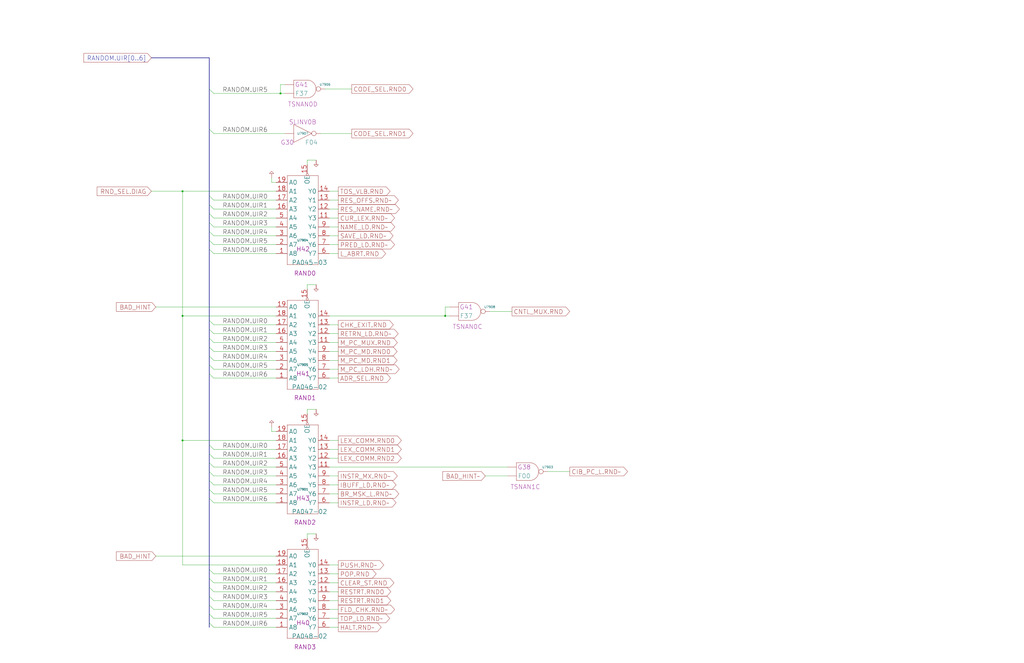
<source format=kicad_sch>
(kicad_sch (version 20220126) (generator eeschema)
  (paper "User" 584.2 378.46)
  (title_block (title "RANDOM FIELD DECODING") (date "22-MAY-90") (rev "1.0") (comment 1 "SEQUENCER") (comment 2 "232-003064") (comment 3 "S400") (comment 4 "RELEASED"))
  (lib_symbols
    (symbol "r1000:F00" (pin_numbers hide) (pin_names hide)
      (property "Reference" "U" (at 15.24 0 0))
      (property "Value" "F00" (at 1.905 -5.08 0))
      (property "Location" "___" (at 1.905 0 0))
      (property "Name" "______" (at 2.54 -12.7 0))
      (symbol "F00_0_1"
        (polyline (pts (xy -2.54 -7.62) (xy 5.08 -7.62)) (stroke (width 0.1524)))
        (polyline (pts (xy -2.54 2.54) (xy -2.54 -7.62)) (stroke (width 0.1524)))
        (polyline (pts (xy -2.54 2.54) (xy 5.08 2.54)) (stroke (width 0.1524)))
        (arc (start 5.08 -7.62) (mid 10.1282 -2.54) (end 5.08 2.54) (stroke (width 0.1524)))
        (circle (center 11.43 -2.54) (radius 1.27) (stroke (width 0.1524)))
      )
      (symbol "F00_0_2"
        (circle (center -3.81 -5.08) (radius 1.27) (stroke (width 0.1524)))
        (circle (center -3.81 0) (radius 1.27) (stroke (width 0.1524)))
        (arc (start -3.175 -7.62) (mid -2.134 -2.54) (end -3.175 2.54) (stroke (width 0.1524)))
        (polyline (pts (xy -3.175 -7.62) (xy 3.81 -7.62)) (stroke (width 0.1524)))
        (polyline (pts (xy -3.175 2.54) (xy 3.81 2.54)) (stroke (width 0.1524)))
        (arc (start 3.81 -7.62) (mid 7.5855 -5.8306) (end 10.16 -2.54) (stroke (width 0.1524)))
        (arc (start 10.16 -2.54) (mid 7.5827 0.7471) (end 3.81 2.54) (stroke (width 0.1524)))
      )
      (symbol "F00_1_1"
        (pin input line (at -7.62 0 0) (length 5.08) (name "D0") (number "1"))
        (pin input line (at -7.62 -5.08 0) (length 5.08) (name "D1") (number "2"))
        (pin output line (at 15.24 -2.54 180) (length 2.54) (name "Q") (number "3"))
      )
      (symbol "F00_1_2"
        (pin input line (at -7.62 0 0) (length 2.54) (name "D0") (number "1"))
        (pin input line (at -7.62 -5.08 0) (length 2.54) (name "D1") (number "2"))
        (pin output line (at 15.24 -2.54 180) (length 5.08) (name "Q") (number "3"))
      )
    )
    (symbol "r1000:F04" (pin_numbers hide) (pin_names hide)
      (property "Reference" "U" (at 0 0 0))
      (property "Value" "F04" (at 1.27 -5.08 0))
      (property "Location" "___" (at -12.7 -5.08 0))
      (property "Name" "______" (at 0 5.08 0))
      (symbol "F04_0_1"
        (polyline (pts (xy -7.62 0) (xy -5.08 0)) (stroke (width 0.1524)))
        (polyline (pts (xy -5.08 5.08) (xy -5.08 -5.08)) (stroke (width 0.1524)))
        (polyline (pts (xy 5.08 0) (xy -5.08 -5.08)) (stroke (width 0.1524)))
        (polyline (pts (xy 5.08 0) (xy -5.08 5.08)) (stroke (width 0.1524)))
        (circle (center 6.35 0) (radius 1.27) (stroke (width 0.1524)))
      )
      (symbol "F04_1_1"
        (pin input line (at -10.16 0 0) (length 2.54) (name "D0") (number "1"))
        (pin output line (at 10.16 0 180) (length 2.54) (name "Q") (number "2"))
      )
    )
    (symbol "r1000:F37" (pin_numbers hide) (pin_names (offset 0) hide)
      (property "Reference" "U" (at 15.24 0 0))
      (property "Value" "F37" (at 1.905 -5.08 0))
      (property "Location" "___" (at 1.905 0 0))
      (property "Name" "______" (at 2.54 -12.7 0))
      (symbol "F37_0_1"
        (polyline (pts (xy -2.54 -7.62) (xy 5.08 -7.62)) (stroke (width 0.1524)))
        (polyline (pts (xy -2.54 2.54) (xy -2.54 -7.62)) (stroke (width 0.1524)))
        (polyline (pts (xy -2.54 2.54) (xy 5.08 2.54)) (stroke (width 0.1524)))
        (arc (start 5.08 -7.62) (mid 10.1282 -2.54) (end 5.08 2.54) (stroke (width 0.1524)))
        (circle (center 11.43 -2.54) (radius 1.27) (stroke (width 0.1524)))
      )
      (symbol "F37_0_2"
        (circle (center -3.81 -5.08) (radius 1.27) (stroke (width 0.1524)))
        (circle (center -3.81 0) (radius 1.27) (stroke (width 0.1524)))
        (arc (start -3.175 -7.62) (mid -2.134 -2.54) (end -3.175 2.54) (stroke (width 0.1524)))
        (polyline (pts (xy -3.175 -7.62) (xy 3.81 -7.62)) (stroke (width 0.1524)))
        (polyline (pts (xy -3.175 2.54) (xy 3.81 2.54)) (stroke (width 0.1524)))
        (arc (start 3.81 -7.62) (mid 7.5855 -5.8306) (end 10.16 -2.54) (stroke (width 0.1524)))
        (arc (start 10.16 -2.54) (mid 7.5827 0.7471) (end 3.81 2.54) (stroke (width 0.1524)))
      )
      (symbol "F37_1_1"
        (pin input line (at -7.62 0 0) (length 5.08) (name "D0") (number "1"))
        (pin input line (at -7.62 -5.08 0) (length 5.08) (name "D1") (number "2"))
        (pin output line (at 15.24 -2.54 180) (length 2.54) (name "Q") (number "3"))
      )
      (symbol "F37_1_2"
        (pin input line (at -7.62 0 0) (length 2.54) (name "D0") (number "1"))
        (pin input line (at -7.62 -5.08 0) (length 2.54) (name "D1") (number "2"))
        (pin output line (at 15.24 -2.54 180) (length 5.08) (name "Q") (number "3"))
      )
    )
    (symbol "r1000:PAxxx" (pin_names (offset 1.016))
      (property "Reference" "U" (at 2.54 5.08 0))
      (property "Value" "PAxxx" (at -3.81 -7.62 0))
      (property "Location" "___" (at -1.27 0 0))
      (property "Name" "______" (at 3.81 -15.24 0))
      (symbol "PAxxx_1_1"
        (rectangle (start -6.35 41.91) (end 11.43 -8.89))
        (circle (center 5.08 42.545) (radius 0.635))
        (pin input line (at -12.7 -2.54 0) (length 6.35) (name "A8") (number "1"))
        (pin tri_state line (at 17.78 17.78 180) (length 6.35) (name "Y3") (number "11"))
        (pin tri_state line (at 17.78 22.86 180) (length 6.35) (name "Y2") (number "12"))
        (pin tri_state line (at 17.78 27.94 180) (length 6.35) (name "Y1") (number "13"))
        (pin tri_state line (at 17.78 33.02 180) (length 6.35) (name "Y0") (number "14"))
        (pin input line (at 5.08 48.26 270) (length 5.08) (name "OE") (number "15"))
        (pin input line (at -12.7 22.86 0) (length 6.35) (name "A3") (number "16"))
        (pin input line (at -12.7 27.94 0) (length 6.35) (name "A2") (number "17"))
        (pin input line (at -12.7 33.02 0) (length 6.35) (name "A1") (number "18"))
        (pin input line (at -12.7 38.1 0) (length 6.35) (name "A0") (number "19"))
        (pin input line (at -12.7 2.54 0) (length 6.35) (name "A7") (number "2"))
        (pin input line (at -12.7 7.62 0) (length 6.35) (name "A6") (number "3"))
        (pin input line (at -12.7 12.7 0) (length 6.35) (name "A5") (number "4"))
        (pin input line (at -12.7 17.78 0) (length 6.35) (name "A4") (number "5"))
        (pin tri_state line (at 17.78 -2.54 180) (length 6.35) (name "Y7") (number "6"))
        (pin tri_state line (at 17.78 2.54 180) (length 6.35) (name "Y6") (number "7"))
        (pin tri_state line (at 17.78 7.62 180) (length 6.35) (name "Y5") (number "8"))
        (pin tri_state line (at 17.78 12.7 180) (length 6.35) (name "Y4") (number "9"))
      )
    )
    (symbol "r1000:PD" (power) (pin_numbers hide) (pin_names hide) (in_bom no)
      (symbol "PD_0_1"
        (polyline (pts (xy 0 -2.54) (xy 1.27 -2.54) (xy 0 -3.81) (xy -1.27 -2.54) (xy 0 -2.54)) (stroke (width 0.1524)))
      )
      (symbol "PD_1_1"
        (pin power_in line (at 0 0 270) (length 2.54) (name "PD") (number "1"))
      )
    )
    (symbol "r1000:PU" (power) (pin_numbers hide) (pin_names hide)
      (symbol "PU_0_1"
        (polyline (pts (xy 0 2.54) (xy -1.27 2.54) (xy 0 3.81) (xy 1.27 2.54) (xy 0 2.54)) (stroke (width 0.1524)))
      )
      (symbol "PU_1_1"
        (pin power_in line (at 0 0 90) (length 2.54) (name "PU") (number "1"))
      )
    )
  )
  (bus (pts (xy 119.38 111.76) (xy 119.38 116.84)))
  (bus (pts (xy 119.38 116.84) (xy 119.38 121.92)))
  (bus (pts (xy 119.38 121.92) (xy 119.38 127)))
  (bus (pts (xy 119.38 127) (xy 119.38 132.08)))
  (bus (pts (xy 119.38 132.08) (xy 119.38 137.16)))
  (bus (pts (xy 119.38 137.16) (xy 119.38 142.24)))
  (bus (pts (xy 119.38 142.24) (xy 119.38 182.88)))
  (bus (pts (xy 119.38 182.88) (xy 119.38 187.96)))
  (bus (pts (xy 119.38 187.96) (xy 119.38 193.04)))
  (bus (pts (xy 119.38 193.04) (xy 119.38 198.12)))
  (bus (pts (xy 119.38 198.12) (xy 119.38 203.2)))
  (bus (pts (xy 119.38 203.2) (xy 119.38 208.28)))
  (bus (pts (xy 119.38 208.28) (xy 119.38 213.36)))
  (bus (pts (xy 119.38 213.36) (xy 119.38 254)))
  (bus (pts (xy 119.38 254) (xy 119.38 259.08)))
  (bus (pts (xy 119.38 259.08) (xy 119.38 264.16)))
  (bus (pts (xy 119.38 264.16) (xy 119.38 269.24)))
  (bus (pts (xy 119.38 269.24) (xy 119.38 274.32)))
  (bus (pts (xy 119.38 274.32) (xy 119.38 279.4)))
  (bus (pts (xy 119.38 279.4) (xy 119.38 284.48)))
  (bus (pts (xy 119.38 284.48) (xy 119.38 325.12)))
  (bus (pts (xy 119.38 325.12) (xy 119.38 330.2)))
  (bus (pts (xy 119.38 33.02) (xy 119.38 50.8)))
  (bus (pts (xy 119.38 330.2) (xy 119.38 335.28)))
  (bus (pts (xy 119.38 335.28) (xy 119.38 340.36)))
  (bus (pts (xy 119.38 340.36) (xy 119.38 345.44)))
  (bus (pts (xy 119.38 345.44) (xy 119.38 350.52)))
  (bus (pts (xy 119.38 350.52) (xy 119.38 355.6)))
  (bus (pts (xy 119.38 355.6) (xy 119.38 358.14)))
  (bus (pts (xy 119.38 50.8) (xy 119.38 73.66)))
  (bus (pts (xy 119.38 73.66) (xy 119.38 111.76)))
  (bus (pts (xy 86.36 33.02) (xy 119.38 33.02)))
  (wire (pts (xy 104.14 109.22) (xy 104.14 180.34)))
  (wire (pts (xy 104.14 109.22) (xy 157.48 109.22)))
  (wire (pts (xy 104.14 180.34) (xy 104.14 251.46)))
  (wire (pts (xy 104.14 180.34) (xy 157.48 180.34)))
  (wire (pts (xy 104.14 251.46) (xy 104.14 322.58)))
  (wire (pts (xy 121.92 114.3) (xy 157.48 114.3)))
  (wire (pts (xy 121.92 119.38) (xy 157.48 119.38)))
  (wire (pts (xy 121.92 124.46) (xy 157.48 124.46)))
  (wire (pts (xy 121.92 129.54) (xy 157.48 129.54)))
  (wire (pts (xy 121.92 134.62) (xy 157.48 134.62)))
  (wire (pts (xy 121.92 139.7) (xy 157.48 139.7)))
  (wire (pts (xy 121.92 144.78) (xy 157.48 144.78)))
  (wire (pts (xy 121.92 185.42) (xy 157.48 185.42)))
  (wire (pts (xy 121.92 190.5) (xy 157.48 190.5)))
  (wire (pts (xy 121.92 195.58) (xy 157.48 195.58)))
  (wire (pts (xy 121.92 200.66) (xy 157.48 200.66)))
  (wire (pts (xy 121.92 205.74) (xy 157.48 205.74)))
  (wire (pts (xy 121.92 210.82) (xy 157.48 210.82)))
  (wire (pts (xy 121.92 215.9) (xy 157.48 215.9)))
  (wire (pts (xy 121.92 256.54) (xy 157.48 256.54)))
  (wire (pts (xy 121.92 261.62) (xy 157.48 261.62)))
  (wire (pts (xy 121.92 266.7) (xy 157.48 266.7)))
  (wire (pts (xy 121.92 271.78) (xy 157.48 271.78)))
  (wire (pts (xy 121.92 276.86) (xy 157.48 276.86)))
  (wire (pts (xy 121.92 281.94) (xy 157.48 281.94)))
  (wire (pts (xy 121.92 287.02) (xy 157.48 287.02)))
  (wire (pts (xy 121.92 327.66) (xy 157.48 327.66)))
  (wire (pts (xy 121.92 332.74) (xy 157.48 332.74)))
  (wire (pts (xy 121.92 337.82) (xy 157.48 337.82)))
  (wire (pts (xy 121.92 342.9) (xy 157.48 342.9)))
  (wire (pts (xy 121.92 347.98) (xy 157.48 347.98)))
  (wire (pts (xy 121.92 353.06) (xy 157.48 353.06)))
  (wire (pts (xy 121.92 358.14) (xy 157.48 358.14)))
  (wire (pts (xy 121.92 53.34) (xy 160.02 53.34)))
  (wire (pts (xy 121.92 76.2) (xy 162.56 76.2)))
  (wire (pts (xy 154.94 104.14) (xy 154.94 101.6)))
  (wire (pts (xy 154.94 246.38) (xy 154.94 243.84)))
  (wire (pts (xy 157.48 104.14) (xy 154.94 104.14)))
  (wire (pts (xy 157.48 246.38) (xy 154.94 246.38)))
  (wire (pts (xy 157.48 251.46) (xy 104.14 251.46)))
  (wire (pts (xy 157.48 322.58) (xy 104.14 322.58)))
  (wire (pts (xy 160.02 48.26) (xy 160.02 53.34)))
  (wire (pts (xy 160.02 53.34) (xy 162.56 53.34)))
  (wire (pts (xy 162.56 48.26) (xy 160.02 48.26)))
  (wire (pts (xy 175.26 162.56) (xy 175.26 165.1)))
  (wire (pts (xy 175.26 233.68) (xy 175.26 236.22)))
  (wire (pts (xy 175.26 304.8) (xy 175.26 307.34)))
  (wire (pts (xy 175.26 91.44) (xy 175.26 93.98)))
  (wire (pts (xy 180.34 162.56) (xy 175.26 162.56)))
  (wire (pts (xy 180.34 233.68) (xy 175.26 233.68)))
  (wire (pts (xy 180.34 304.8) (xy 175.26 304.8)))
  (wire (pts (xy 180.34 91.44) (xy 175.26 91.44)))
  (wire (pts (xy 182.88 76.2) (xy 200.66 76.2)))
  (wire (pts (xy 185.42 50.8) (xy 200.66 50.8)))
  (wire (pts (xy 187.96 109.22) (xy 193.04 109.22)))
  (wire (pts (xy 187.96 114.3) (xy 193.04 114.3)))
  (wire (pts (xy 187.96 119.38) (xy 193.04 119.38)))
  (wire (pts (xy 187.96 124.46) (xy 193.04 124.46)))
  (wire (pts (xy 187.96 129.54) (xy 193.04 129.54)))
  (wire (pts (xy 187.96 134.62) (xy 193.04 134.62)))
  (wire (pts (xy 187.96 139.7) (xy 193.04 139.7)))
  (wire (pts (xy 187.96 144.78) (xy 193.04 144.78)))
  (wire (pts (xy 187.96 180.34) (xy 254 180.34)))
  (wire (pts (xy 187.96 185.42) (xy 193.04 185.42)))
  (wire (pts (xy 187.96 190.5) (xy 193.04 190.5)))
  (wire (pts (xy 187.96 195.58) (xy 193.04 195.58)))
  (wire (pts (xy 187.96 200.66) (xy 193.04 200.66)))
  (wire (pts (xy 187.96 205.74) (xy 193.04 205.74)))
  (wire (pts (xy 187.96 210.82) (xy 193.04 210.82)))
  (wire (pts (xy 187.96 215.9) (xy 193.04 215.9)))
  (wire (pts (xy 187.96 251.46) (xy 193.04 251.46)))
  (wire (pts (xy 187.96 256.54) (xy 193.04 256.54)))
  (wire (pts (xy 187.96 261.62) (xy 193.04 261.62)))
  (wire (pts (xy 187.96 266.7) (xy 289.56 266.7)))
  (wire (pts (xy 187.96 271.78) (xy 193.04 271.78)))
  (wire (pts (xy 187.96 276.86) (xy 193.04 276.86)))
  (wire (pts (xy 187.96 281.94) (xy 193.04 281.94)))
  (wire (pts (xy 187.96 287.02) (xy 193.04 287.02)))
  (wire (pts (xy 187.96 322.58) (xy 193.04 322.58)))
  (wire (pts (xy 187.96 327.66) (xy 193.04 327.66)))
  (wire (pts (xy 187.96 332.74) (xy 193.04 332.74)))
  (wire (pts (xy 187.96 337.82) (xy 193.04 337.82)))
  (wire (pts (xy 187.96 342.9) (xy 193.04 342.9)))
  (wire (pts (xy 187.96 347.98) (xy 193.04 347.98)))
  (wire (pts (xy 187.96 353.06) (xy 193.04 353.06)))
  (wire (pts (xy 187.96 358.14) (xy 193.04 358.14)))
  (wire (pts (xy 254 175.26) (xy 254 180.34)))
  (wire (pts (xy 254 180.34) (xy 256.54 180.34)))
  (wire (pts (xy 256.54 175.26) (xy 254 175.26)))
  (wire (pts (xy 276.86 271.78) (xy 289.56 271.78)))
  (wire (pts (xy 279.4 177.8) (xy 292.1 177.8)))
  (wire (pts (xy 312.42 269.24) (xy 325.12 269.24)))
  (wire (pts (xy 86.36 109.22) (xy 104.14 109.22)))
  (wire (pts (xy 88.9 175.26) (xy 157.48 175.26)))
  (wire (pts (xy 88.9 317.5) (xy 157.48 317.5)))
  (global_label "RANDOM.UIR[0..6]" (shape input) (at 86.36 33.02 180) (effects (font (size 2.54 2.54))) (property "Intersheet References" "${INTERSHEET_REFS}" (at 47.7883 32.8613 0) (effects (font (size 2.54 2.54)) (justify right))))
  (global_label "RND_SEL.DIAG" (shape input) (at 86.36 109.22 180) (effects (font (size 2.54 2.54))) (property "Intersheet References" "${INTERSHEET_REFS}" (at 55.4083 109.0613 0) (effects (font (size 2.54 2.54)) (justify right))))
  (global_label "BAD_HINT" (shape input) (at 88.9 175.26 180) (effects (font (size 2.54 2.54))) (property "Intersheet References" "${INTERSHEET_REFS}" (at 66.415 175.1013 0) (effects (font (size 2.54 2.54)) (justify right))))
  (global_label "BAD_HINT" (shape input) (at 88.9 317.5 180) (effects (font (size 2.54 2.54))) (property "Intersheet References" "${INTERSHEET_REFS}" (at 66.415 317.3413 0) (effects (font (size 2.54 2.54)) (justify right))))
  (junction (at 104.14 109.22))
  (junction (at 104.14 180.34))
  (junction (at 104.14 251.46))
  (bus_entry (at 119.38 50.8) (size 2.54 2.54))
  (bus_entry (at 119.38 73.66) (size 2.54 2.54))
  (bus_entry (at 119.38 111.76) (size 2.54 2.54))
  (bus_entry (at 119.38 116.84) (size 2.54 2.54))
  (bus_entry (at 119.38 121.92) (size 2.54 2.54))
  (bus_entry (at 119.38 127) (size 2.54 2.54))
  (bus_entry (at 119.38 132.08) (size 2.54 2.54))
  (bus_entry (at 119.38 137.16) (size 2.54 2.54))
  (bus_entry (at 119.38 142.24) (size 2.54 2.54))
  (bus_entry (at 119.38 182.88) (size 2.54 2.54))
  (bus_entry (at 119.38 187.96) (size 2.54 2.54))
  (bus_entry (at 119.38 193.04) (size 2.54 2.54))
  (bus_entry (at 119.38 198.12) (size 2.54 2.54))
  (bus_entry (at 119.38 203.2) (size 2.54 2.54))
  (bus_entry (at 119.38 208.28) (size 2.54 2.54))
  (bus_entry (at 119.38 213.36) (size 2.54 2.54))
  (bus_entry (at 119.38 254) (size 2.54 2.54))
  (bus_entry (at 119.38 259.08) (size 2.54 2.54))
  (bus_entry (at 119.38 264.16) (size 2.54 2.54))
  (bus_entry (at 119.38 269.24) (size 2.54 2.54))
  (bus_entry (at 119.38 274.32) (size 2.54 2.54))
  (bus_entry (at 119.38 279.4) (size 2.54 2.54))
  (bus_entry (at 119.38 284.48) (size 2.54 2.54))
  (bus_entry (at 119.38 325.12) (size 2.54 2.54))
  (bus_entry (at 119.38 330.2) (size 2.54 2.54))
  (bus_entry (at 119.38 335.28) (size 2.54 2.54))
  (bus_entry (at 119.38 340.36) (size 2.54 2.54))
  (bus_entry (at 119.38 345.44) (size 2.54 2.54))
  (bus_entry (at 119.38 350.52) (size 2.54 2.54))
  (bus_entry (at 119.38 355.6) (size 2.54 2.54))
  (label "RANDOM.UIR5" (at 127 53.34 0) (effects (font (size 2.54 2.54))))
  (label "RANDOM.UIR6" (at 127 76.2 0) (effects (font (size 2.54 2.54))))
  (label "RANDOM.UIR0" (at 127 114.3 0) (effects (font (size 2.54 2.54))))
  (label "RANDOM.UIR1" (at 127 119.38 0) (effects (font (size 2.54 2.54))))
  (label "RANDOM.UIR2" (at 127 124.46 0) (effects (font (size 2.54 2.54))))
  (label "RANDOM.UIR3" (at 127 129.54 0) (effects (font (size 2.54 2.54))))
  (label "RANDOM.UIR4" (at 127 134.62 0) (effects (font (size 2.54 2.54))))
  (label "RANDOM.UIR5" (at 127 139.7 0) (effects (font (size 2.54 2.54))))
  (label "RANDOM.UIR6" (at 127 144.78 0) (effects (font (size 2.54 2.54))))
  (label "RANDOM.UIR0" (at 127 185.42 0) (effects (font (size 2.54 2.54))))
  (label "RANDOM.UIR1" (at 127 190.5 0) (effects (font (size 2.54 2.54))))
  (label "RANDOM.UIR2" (at 127 195.58 0) (effects (font (size 2.54 2.54))))
  (label "RANDOM.UIR3" (at 127 200.66 0) (effects (font (size 2.54 2.54))))
  (label "RANDOM.UIR4" (at 127 205.74 0) (effects (font (size 2.54 2.54))))
  (label "RANDOM.UIR5" (at 127 210.82 0) (effects (font (size 2.54 2.54))))
  (label "RANDOM.UIR6" (at 127 215.9 0) (effects (font (size 2.54 2.54))))
  (label "RANDOM.UIR0" (at 127 256.54 0) (effects (font (size 2.54 2.54))))
  (label "RANDOM.UIR1" (at 127 261.62 0) (effects (font (size 2.54 2.54))))
  (label "RANDOM.UIR2" (at 127 266.7 0) (effects (font (size 2.54 2.54))))
  (label "RANDOM.UIR3" (at 127 271.78 0) (effects (font (size 2.54 2.54))))
  (label "RANDOM.UIR4" (at 127 276.86 0) (effects (font (size 2.54 2.54))))
  (label "RANDOM.UIR5" (at 127 281.94 0) (effects (font (size 2.54 2.54))))
  (label "RANDOM.UIR6" (at 127 287.02 0) (effects (font (size 2.54 2.54))))
  (label "RANDOM.UIR0" (at 127 327.66 0) (effects (font (size 2.54 2.54))))
  (label "RANDOM.UIR1" (at 127 332.74 0) (effects (font (size 2.54 2.54))))
  (label "RANDOM.UIR2" (at 127 337.82 0) (effects (font (size 2.54 2.54))))
  (label "RANDOM.UIR3" (at 127 342.9 0) (effects (font (size 2.54 2.54))))
  (label "RANDOM.UIR4" (at 127 347.98 0) (effects (font (size 2.54 2.54))))
  (label "RANDOM.UIR5" (at 127 353.06 0) (effects (font (size 2.54 2.54))))
  (label "RANDOM.UIR6" (at 127 358.14 0) (effects (font (size 2.54 2.54))))
  (symbol (lib_id "r1000:PU") (at 154.94 101.6 0) (unit 1)
    (property "Reference" "#PWR07902" (effects hide))
    (property "Value" "PU" (effects hide))
  )
  (symbol (lib_id "r1000:PU") (at 154.94 243.84 0) (unit 1)
    (property "Reference" "#PWR07901" (effects hide))
    (property "Value" "PU" (effects hide))
  )
  (junction (at 160.02 53.34))
  (symbol (lib_id "r1000:F37") (at 170.18 48.26 0) (unit 1)
    (property "Reference" "U7906" (at 185.42 48.26 0))
    (property "Value" "F37" (at 172.085 53.34 0) (effects (font (size 2.54 2.54))))
    (property "Location" "G41" (at 172.085 48.26 0) (effects (font (size 2.54 2.54))))
    (property "Name" "TSNAN0D" (at 172.72 60.96 0) (effects (font (size 2.54 2.54)) (justify bottom)))
  )
  (symbol (lib_id "r1000:PAxxx") (at 170.18 142.24 0) (unit 1)
    (property "Reference" "U7904" (at 172.72 137.16 0))
    (property "Value" "PA045-03" (at 166.37 149.86 0) (effects (font (size 2.54 2.54)) (justify left)))
    (property "Location" "H42" (at 168.91 142.24 0) (effects (font (size 2.54 2.54)) (justify left)))
    (property "Name" "RAND0" (at 173.99 157.48 0) (effects (font (size 2.54 2.54)) (justify bottom)))
  )
  (symbol (lib_id "r1000:PAxxx") (at 170.18 213.36 0) (unit 1)
    (property "Reference" "U7905" (at 172.72 208.28 0))
    (property "Value" "PA046-02" (at 166.37 220.98 0) (effects (font (size 2.54 2.54)) (justify left)))
    (property "Location" "H41" (at 168.91 213.36 0) (effects (font (size 2.54 2.54)) (justify left)))
    (property "Name" "RAND1" (at 173.99 228.6 0) (effects (font (size 2.54 2.54)) (justify bottom)))
  )
  (symbol (lib_id "r1000:PAxxx") (at 170.18 284.48 0) (unit 1)
    (property "Reference" "U7901" (at 172.72 279.4 0))
    (property "Value" "PA047-02" (at 166.37 292.1 0) (effects (font (size 2.54 2.54)) (justify left)))
    (property "Location" "H43" (at 168.91 284.48 0) (effects (font (size 2.54 2.54)) (justify left)))
    (property "Name" "RAND2" (at 173.99 299.72 0) (effects (font (size 2.54 2.54)) (justify bottom)))
  )
  (symbol (lib_id "r1000:PAxxx") (at 170.18 355.6 0) (unit 1)
    (property "Reference" "U7902" (at 172.72 350.52 0))
    (property "Value" "PA048-02" (at 166.37 363.22 0) (effects (font (size 2.54 2.54)) (justify left)))
    (property "Location" "H40" (at 168.91 355.6 0) (effects (font (size 2.54 2.54)) (justify left)))
    (property "Name" "RAND3" (at 173.99 370.84 0) (effects (font (size 2.54 2.54)) (justify bottom)))
  )
  (symbol (lib_id "r1000:F04") (at 172.72 76.2 0) (unit 1)
    (property "Reference" "U7907" (at 172.72 76.2 0))
    (property "Value" "F04" (at 173.99 81.28 0) (effects (font (size 2.54 2.54)) (justify left)))
    (property "Location" "G30" (at 160.02 81.28 0) (effects (font (size 2.54 2.54)) (justify left)))
    (property "Name" "SLINV0B" (at 172.72 71.12 0) (effects (font (size 2.54 2.54)) (justify bottom)))
  )
  (symbol (lib_id "r1000:PD") (at 180.34 91.44 0) (unit 1) (in_bom no)
    (property "Reference" "#PWR07903" (effects hide))
    (property "Value" "PD" (effects hide))
  )
  (symbol (lib_id "r1000:PD") (at 180.34 162.56 0) (unit 1) (in_bom no)
    (property "Reference" "#PWR07904" (effects hide))
    (property "Value" "PD" (effects hide))
  )
  (symbol (lib_id "r1000:PD") (at 180.34 233.68 0) (unit 1) (in_bom no)
    (property "Reference" "#PWR0152" (effects hide))
    (property "Value" "PD" (effects hide))
  )
  (symbol (lib_id "r1000:PD") (at 180.34 304.8 0) (unit 1) (in_bom no)
    (property "Reference" "#PWR0154" (effects hide))
    (property "Value" "PD" (effects hide))
  )
  (global_label "TOS_VLB.RND" (shape output) (at 193.04 109.22 0) (effects (font (size 2.54 2.54))) (property "Intersheet References" "${INTERSHEET_REFS}" (at 222.5403 109.0613 0) (effects (font (size 2.54 2.54)) (justify left))))
  (global_label "RES_OFFS.RND~" (shape output) (at 193.04 114.3 0) (effects (font (size 2.54 2.54))) (property "Intersheet References" "${INTERSHEET_REFS}" (at 227.2574 114.1413 0) (effects (font (size 2.54 2.54)) (justify left))))
  (global_label "RES_NAME.RND~" (shape output) (at 193.04 119.38 0) (effects (font (size 2.54 2.54))) (property "Intersheet References" "${INTERSHEET_REFS}" (at 227.8622 119.2213 0) (effects (font (size 2.54 2.54)) (justify left))))
  (global_label "CUR_LEX.RND~" (shape output) (at 193.04 124.46 0) (effects (font (size 2.54 2.54))) (property "Intersheet References" "${INTERSHEET_REFS}" (at 225.0803 124.3013 0) (effects (font (size 2.54 2.54)) (justify left))))
  (global_label "NAME_LD.RND~" (shape output) (at 193.04 129.54 0) (effects (font (size 2.54 2.54))) (property "Intersheet References" "${INTERSHEET_REFS}" (at 225.2012 129.3813 0) (effects (font (size 2.54 2.54)) (justify left))))
  (global_label "SAVE_LD.RND~" (shape output) (at 193.04 134.62 0) (effects (font (size 2.54 2.54))) (property "Intersheet References" "${INTERSHEET_REFS}" (at 224.2336 134.4613 0) (effects (font (size 2.54 2.54)) (justify left))))
  (global_label "PRED_LD.RND~" (shape output) (at 193.04 139.7 0) (effects (font (size 2.54 2.54))) (property "Intersheet References" "${INTERSHEET_REFS}" (at 225.0803 139.5413 0) (effects (font (size 2.54 2.54)) (justify left))))
  (global_label "L_ABRT.RND" (shape output) (at 193.04 144.78 0) (effects (font (size 2.54 2.54))) (property "Intersheet References" "${INTERSHEET_REFS}" (at 220.0003 144.6213 0) (effects (font (size 2.54 2.54)) (justify left))))
  (global_label "CHK_EXIT.RND" (shape output) (at 193.04 185.42 0) (effects (font (size 2.54 2.54))) (property "Intersheet References" "${INTERSHEET_REFS}" (at 224.3546 185.2613 0) (effects (font (size 2.54 2.54)) (justify left))))
  (global_label "RETRN_LD.RND~" (shape output) (at 193.04 190.5 0) (effects (font (size 2.54 2.54))) (property "Intersheet References" "${INTERSHEET_REFS}" (at 227.1365 190.3413 0) (effects (font (size 2.54 2.54)) (justify left))))
  (global_label "M_PC_MUX.RND" (shape output) (at 193.04 195.58 0) (effects (font (size 2.54 2.54))) (property "Intersheet References" "${INTERSHEET_REFS}" (at 226.6527 195.4213 0) (effects (font (size 2.54 2.54)) (justify left))))
  (global_label "M_PC_MD.RND0" (shape output) (at 193.04 200.66 0) (effects (font (size 2.54 2.54))) (property "Intersheet References" "${INTERSHEET_REFS}" (at 226.5317 200.5013 0) (effects (font (size 2.54 2.54)) (justify left))))
  (global_label "M_PC_MD.RND1" (shape output) (at 193.04 205.74 0) (effects (font (size 2.54 2.54))) (property "Intersheet References" "${INTERSHEET_REFS}" (at 226.5317 205.5813 0) (effects (font (size 2.54 2.54)) (justify left))))
  (global_label "M_PC_LDH.RND~" (shape output) (at 193.04 210.82 0) (effects (font (size 2.54 2.54))) (property "Intersheet References" "${INTERSHEET_REFS}" (at 227.7412 210.6613 0) (effects (font (size 2.54 2.54)) (justify left))))
  (global_label "ADR_SEL.RND" (shape output) (at 193.04 215.9 0) (effects (font (size 2.54 2.54))) (property "Intersheet References" "${INTERSHEET_REFS}" (at 222.7822 215.7413 0) (effects (font (size 2.54 2.54)) (justify left))))
  (global_label "LEX_COMM.RND0" (shape output) (at 193.04 251.46 0) (effects (font (size 2.54 2.54))) (property "Intersheet References" "${INTERSHEET_REFS}" (at 228.9508 251.3013 0) (effects (font (size 2.54 2.54)) (justify left))))
  (global_label "LEX_COMM.RND1" (shape output) (at 193.04 256.54 0) (effects (font (size 2.54 2.54))) (property "Intersheet References" "${INTERSHEET_REFS}" (at 228.9508 256.3813 0) (effects (font (size 2.54 2.54)) (justify left))))
  (global_label "LEX_COMM.RND2" (shape output) (at 193.04 261.62 0) (effects (font (size 2.54 2.54))) (property "Intersheet References" "${INTERSHEET_REFS}" (at 228.9508 261.4613 0) (effects (font (size 2.54 2.54)) (justify left))))
  (global_label "INSTR_MX.RND~" (shape output) (at 193.04 271.78 0) (effects (font (size 2.54 2.54))) (property "Intersheet References" "${INTERSHEET_REFS}" (at 226.6527 271.6213 0) (effects (font (size 2.54 2.54)) (justify left))))
  (global_label "IBUFF_LD.RND~" (shape output) (at 193.04 276.86 0) (effects (font (size 2.54 2.54))) (property "Intersheet References" "${INTERSHEET_REFS}" (at 225.927 276.7013 0) (effects (font (size 2.54 2.54)) (justify left))))
  (global_label "BR_MSK_L.RND~" (shape output) (at 193.04 281.94 0) (effects (font (size 2.54 2.54))) (property "Intersheet References" "${INTERSHEET_REFS}" (at 227.4993 281.7813 0) (effects (font (size 2.54 2.54)) (justify left))))
  (global_label "INSTR_LD.RND~" (shape output) (at 193.04 287.02 0) (effects (font (size 2.54 2.54))) (property "Intersheet References" "${INTERSHEET_REFS}" (at 225.927 286.8613 0) (effects (font (size 2.54 2.54)) (justify left))))
  (global_label "PUSH.RND~" (shape output) (at 193.04 322.58 0) (effects (font (size 2.54 2.54))) (property "Intersheet References" "${INTERSHEET_REFS}" (at 218.9117 322.4213 0) (effects (font (size 2.54 2.54)) (justify left))))
  (global_label "POP.RND" (shape output) (at 193.04 327.66 0) (effects (font (size 2.54 2.54))) (property "Intersheet References" "${INTERSHEET_REFS}" (at 214.5574 327.5013 0) (effects (font (size 2.54 2.54)) (justify left))))
  (global_label "CLEAR_ST.RND" (shape output) (at 193.04 332.74 0) (effects (font (size 2.54 2.54))) (property "Intersheet References" "${INTERSHEET_REFS}" (at 224.7174 332.5813 0) (effects (font (size 2.54 2.54)) (justify left))))
  (global_label "RESTRT.RND0" (shape output) (at 193.04 337.82 0) (effects (font (size 2.54 2.54))) (property "Intersheet References" "${INTERSHEET_REFS}" (at 222.9031 337.6613 0) (effects (font (size 2.54 2.54)) (justify left))))
  (global_label "RESTRT.RND1" (shape output) (at 193.04 342.9 0) (effects (font (size 2.54 2.54))) (property "Intersheet References" "${INTERSHEET_REFS}" (at 222.9031 342.7413 0) (effects (font (size 2.54 2.54)) (justify left))))
  (global_label "FLD_CHK.RND~" (shape output) (at 193.04 347.98 0) (effects (font (size 2.54 2.54))) (property "Intersheet References" "${INTERSHEET_REFS}" (at 225.0803 347.8213 0) (effects (font (size 2.54 2.54)) (justify left))))
  (global_label "TOP_LD.RND~" (shape output) (at 193.04 353.06 0) (effects (font (size 2.54 2.54))) (property "Intersheet References" "${INTERSHEET_REFS}" (at 222.2984 352.9013 0) (effects (font (size 2.54 2.54)) (justify left))))
  (global_label "HALT.RND~" (shape output) (at 193.04 358.14 0) (effects (font (size 2.54 2.54))) (property "Intersheet References" "${INTERSHEET_REFS}" (at 217.4603 357.9813 0) (effects (font (size 2.54 2.54)) (justify left))))
  (global_label "CODE_SEL.RND0" (shape output) (at 200.66 50.8 0) (effects (font (size 2.54 2.54))) (property "Intersheet References" "${INTERSHEET_REFS}" (at 235.6031 50.6413 0) (effects (font (size 2.54 2.54)) (justify left))))
  (global_label "CODE_SEL.RND1" (shape output) (at 200.66 76.2 0) (effects (font (size 2.54 2.54))) (property "Intersheet References" "${INTERSHEET_REFS}" (at 235.6031 76.0413 0) (effects (font (size 2.54 2.54)) (justify left))))
  (junction (at 254 180.34))
  (symbol (lib_id "r1000:F37") (at 264.16 175.26 0) (unit 1)
    (property "Reference" "U7908" (at 279.4 175.26 0))
    (property "Value" "F37" (at 266.065 180.34 0) (effects (font (size 2.54 2.54))))
    (property "Location" "G41" (at 266.065 175.26 0) (effects (font (size 2.54 2.54))))
    (property "Name" "TSNAN0C" (at 266.7 187.96 0) (effects (font (size 2.54 2.54)) (justify bottom)))
  )
  (global_label "BAD_HINT~" (shape input) (at 276.86 271.78 180) (effects (font (size 2.54 2.54))) (property "Intersheet References" "${INTERSHEET_REFS}" (at 252.5607 271.6213 0) (effects (font (size 2.54 2.54)) (justify right))))
  (global_label "CNTL_MUX.RND" (shape output) (at 292.1 177.8 0) (effects (font (size 2.54 2.54))) (property "Intersheet References" "${INTERSHEET_REFS}" (at 324.987 177.6413 0) (effects (font (size 2.54 2.54)) (justify left))))
  (symbol (lib_id "r1000:F00") (at 297.18 266.7 0) (unit 1)
    (property "Reference" "U7903" (at 312.42 266.7 0))
    (property "Value" "F00" (at 299.085 271.78 0) (effects (font (size 2.54 2.54))))
    (property "Location" "G38" (at 299.085 266.7 0) (effects (font (size 2.54 2.54))))
    (property "Name" "TSNAN1C" (at 299.72 279.4 0) (effects (font (size 2.54 2.54)) (justify bottom)))
  )
  (global_label "CIB_PC_L.RND~" (shape output) (at 325.12 269.24 0) (effects (font (size 2.54 2.54))) (property "Intersheet References" "${INTERSHEET_REFS}" (at 358.007 269.0813 0) (effects (font (size 2.54 2.54)) (justify left))))
)
</source>
